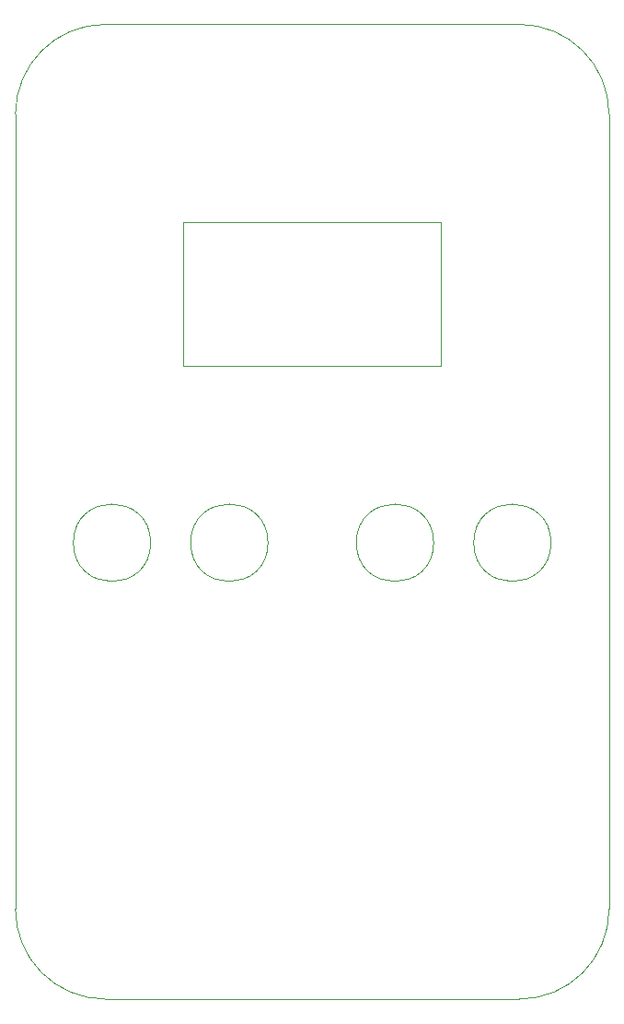
<source format=gm1>
G04 #@! TF.GenerationSoftware,KiCad,Pcbnew,7.0.5-unknown-202306101748~6fbdf8f0e2~ubuntu22.04.1*
G04 #@! TF.CreationDate,2023-09-30T13:39:00+01:00*
G04 #@! TF.ProjectId,front_panel,66726f6e-745f-4706-916e-656c2e6b6963,rev?*
G04 #@! TF.SameCoordinates,Original*
G04 #@! TF.FileFunction,Profile,NP*
%FSLAX46Y46*%
G04 Gerber Fmt 4.6, Leading zero omitted, Abs format (unit mm)*
G04 Created by KiCad (PCBNEW 7.0.5-unknown-202306101748~6fbdf8f0e2~ubuntu22.04.1) date 2023-09-30 13:39:00*
%MOMM*%
%LPD*%
G01*
G04 APERTURE LIST*
G04 #@! TA.AperFunction,Profile*
%ADD10C,0.100000*%
G04 #@! TD*
G04 APERTURE END LIST*
D10*
X170692834Y-138307834D02*
G75*
G03*
X178947834Y-130052834I-34J8255034D01*
G01*
X132592834Y-48772834D02*
X170692834Y-48772834D01*
X139807834Y-66977834D02*
X163507834Y-66977834D01*
X163507834Y-80177834D01*
X139807834Y-80177834D01*
X139807834Y-66977834D01*
X132592834Y-48772834D02*
G75*
G03*
X124337834Y-57027834I6J-8255006D01*
G01*
X132592834Y-138307834D02*
X170692834Y-138307834D01*
X124337834Y-57027834D02*
X124337834Y-130052834D01*
X124337866Y-130052834D02*
G75*
G03*
X132592834Y-138307834I8254934J-66D01*
G01*
X173609000Y-96393000D02*
G75*
G03*
X173609000Y-96393000I-3556000J0D01*
G01*
X162814000Y-96393000D02*
G75*
G03*
X162814000Y-96393000I-3556000J0D01*
G01*
X147574000Y-96393000D02*
G75*
G03*
X147574000Y-96393000I-3556000J0D01*
G01*
X136779000Y-96393000D02*
G75*
G03*
X136779000Y-96393000I-3556000J0D01*
G01*
X178947866Y-57027834D02*
G75*
G03*
X170692834Y-48772834I-8255066J-66D01*
G01*
X178947834Y-57027834D02*
X178947834Y-130052834D01*
M02*

</source>
